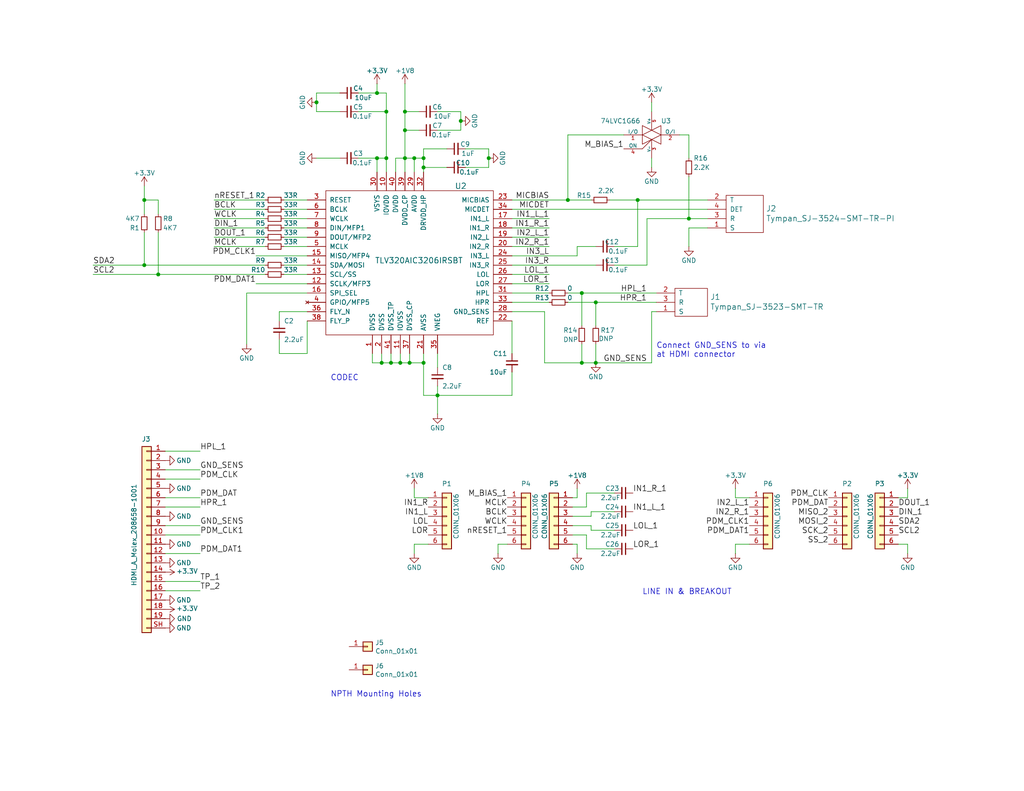
<source format=kicad_sch>
(kicad_sch (version 20250114) (generator "eeschema") (generator_version "9.0")
  (paper "A")
  (title_block (title "Tympan Auren Shield") (date "2025-10-02") (rev "1") (company "www.tympan.org"))
  (lib_symbols
    (symbol "Connector_Generic:Conn_01x01" (pin_names (offset 1.016) (hide yes))
      (property "Reference" "J" (at 0 2.54 0))
      (property "Value" "Conn_01x01" (at 0 -2.54 0))
      (symbol "Conn_01x01_1_1"
        (rectangle (start -1.27 1.27) (end 1.27 -1.27) (stroke (width 0.254)) (fill (type background)))
        (rectangle (start -1.27 0.127) (end 0 -0.127) (stroke (width 0.1524)))
        (pin passive line (at -5.08 0 0) (length 3.81) (name "Pin_1") (number "1"))
      )
    )
    (symbol "Connector_Generic:Conn_01x06" (pin_names (offset 1.016) (hide yes))
      (property "Reference" "J" (at 0 7.62 0))
      (property "Value" "Conn_01x06" (at 0 -10.16 0))
      (symbol "Conn_01x06_1_1"
        (rectangle (start -1.27 6.35) (end 1.27 -8.89) (stroke (width 0.254)) (fill (type background)))
        (rectangle (start -1.27 5.207) (end 0 4.953) (stroke (width 0.1524)))
        (rectangle (start -1.27 2.667) (end 0 2.413) (stroke (width 0.1524)))
        (rectangle (start -1.27 0.127) (end 0 -0.127) (stroke (width 0.1524)))
        (rectangle (start -1.27 -2.413) (end 0 -2.667) (stroke (width 0.1524)))
        (rectangle (start -1.27 -4.953) (end 0 -5.207) (stroke (width 0.1524)))
        (rectangle (start -1.27 -7.493) (end 0 -7.747) (stroke (width 0.1524)))
        (pin passive line (at -5.08 5.08 0) (length 3.81) (name "Pin_1") (number "1"))
        (pin passive line (at -5.08 2.54 0) (length 3.81) (name "Pin_2") (number "2"))
        (pin passive line (at -5.08 0 0) (length 3.81) (name "Pin_3") (number "3"))
        (pin passive line (at -5.08 -2.54 0) (length 3.81) (name "Pin_4") (number "4"))
        (pin passive line (at -5.08 -5.08 0) (length 3.81) (name "Pin_5") (number "5"))
        (pin passive line (at -5.08 -7.62 0) (length 3.81) (name "Pin_6") (number "6"))
      )
    )
    (symbol "Connector_Generic:Conn_01x20" (pin_names (offset 1.016) (hide yes))
      (property "Reference" "J3" (at 0 28.575 0))
      (property "Value" "HDMI A" (at 0 26.035 0))
      (symbol "Conn_01x20_1_1"
        (rectangle (start -1.27 24.13) (end 1.27 -26.67) (stroke (width 0.254)) (fill (type background)))
        (rectangle (start -1.27 22.987) (end 0 22.733) (stroke (width 0.1524)))
        (rectangle (start -1.27 20.447) (end 0 20.193) (stroke (width 0.1524)))
        (rectangle (start -1.27 17.907) (end 0 17.653) (stroke (width 0.1524)))
        (rectangle (start -1.27 15.367) (end 0 15.113) (stroke (width 0.1524)))
        (rectangle (start -1.27 12.827) (end 0 12.573) (stroke (width 0.1524)))
        (rectangle (start -1.27 10.287) (end 0 10.033) (stroke (width 0.1524)))
        (rectangle (start -1.27 7.747) (end 0 7.493) (stroke (width 0.1524)))
        (rectangle (start -1.27 5.207) (end 0 4.953) (stroke (width 0.1524)))
        (rectangle (start -1.27 2.667) (end 0 2.413) (stroke (width 0.1524)))
        (rectangle (start -1.27 0.127) (end 0 -0.127) (stroke (width 0.1524)))
        (rectangle (start -1.27 -2.413) (end 0 -2.667) (stroke (width 0.1524)))
        (rectangle (start -1.27 -4.953) (end 0 -5.207) (stroke (width 0.1524)))
        (rectangle (start -1.27 -7.493) (end 0 -7.747) (stroke (width 0.1524)))
        (rectangle (start -1.27 -10.033) (end 0 -10.287) (stroke (width 0.1524)))
        (rectangle (start -1.27 -12.573) (end 0 -12.827) (stroke (width 0.1524)))
        (rectangle (start -1.27 -15.113) (end 0 -15.367) (stroke (width 0.1524)))
        (rectangle (start -1.27 -17.653) (end 0 -17.907) (stroke (width 0.1524)))
        (rectangle (start -1.27 -20.193) (end 0 -20.447) (stroke (width 0.1524)))
        (rectangle (start -1.27 -22.733) (end 0 -22.987) (stroke (width 0.1524)))
        (rectangle (start -1.27 -25.273) (end 0 -25.527) (stroke (width 0.1524)))
        (pin passive line (at -5.08 22.86 0) (length 3.81) (name "Pin_1") (number "1"))
        (pin passive line (at -5.08 20.32 0) (length 3.81) (name "Pin_2") (number "2"))
        (pin passive line (at -5.08 17.78 0) (length 3.81) (name "Pin_3") (number "3"))
        (pin passive line (at -5.08 15.24 0) (length 3.81) (name "Pin_4") (number "4"))
        (pin passive line (at -5.08 12.7 0) (length 3.81) (name "Pin_5") (number "5"))
        (pin passive line (at -5.08 10.16 0) (length 3.81) (name "Pin_6") (number "6"))
        (pin passive line (at -5.08 7.62 0) (length 3.81) (name "Pin_7") (number "7"))
        (pin passive line (at -5.08 5.08 0) (length 3.81) (name "Pin_8") (number "8"))
        (pin passive line (at -5.08 2.54 0) (length 3.81) (name "Pin_9") (number "9"))
        (pin passive line (at -5.08 0 0) (length 3.81) (name "Pin_10") (number "10"))
        (pin passive line (at -5.08 -2.54 0) (length 3.81) (name "Pin_11") (number "11"))
        (pin passive line (at -5.08 -5.08 0) (length 3.81) (name "Pin_12") (number "12"))
        (pin passive line (at -5.08 -7.62 0) (length 3.81) (name "Pin_13") (number "13"))
        (pin passive line (at -5.08 -10.16 0) (length 3.81) (name "Pin_14") (number "14"))
        (pin passive line (at -5.08 -12.7 0) (length 3.81) (name "Pin_15") (number "15"))
        (pin passive line (at -5.08 -15.24 0) (length 3.81) (name "Pin_16") (number "16"))
        (pin passive line (at -5.08 -17.78 0) (length 3.81) (name "Pin_17") (number "17"))
        (pin passive line (at -5.08 -20.32 0) (length 3.81) (name "Pin_18") (number "18"))
        (pin passive line (at -5.08 -22.86 0) (length 3.81) (name "Pin_19") (number "19"))
        (pin passive line (at -5.08 -25.4 0) (length 3.81) (name "Pin_20") (number "SH"))
      )
    )
    (symbol "Device:C_Small" (pin_numbers (hide yes)) (pin_names (offset 0.254) (hide yes))
      (property "Reference" "C" (at 0.254 1.778 0))
      (property "Value" "C_Small" (at 0.254 -2.032 0))
      (symbol "C_Small_0_1"
        (polyline (pts (xy -1.524 0.508) (xy 1.524 0.508)) (stroke (width 0.3048)))
        (polyline (pts (xy -1.524 -0.508) (xy 1.524 -0.508)) (stroke (width 0.3302)))
      )
      (symbol "C_Small_1_1"
        (pin passive line (at 0 2.54 270) (length 2.032) (name "~") (number "1"))
        (pin passive line (at 0 -2.54 90) (length 2.032) (name "~") (number "2"))
      )
    )
    (symbol "Device:R_Small" (pin_numbers (hide yes)) (pin_names (offset 0.254) (hide yes))
      (property "Reference" "R" (at 0.762 0.508 0))
      (property "Value" "R_Small" (at 0.762 -1.016 0))
      (symbol "R_Small_0_1"
        (rectangle (start -0.762 1.778) (end 0.762 -1.778) (stroke (width 0.2032)))
      )
      (symbol "R_Small_1_1"
        (pin passive line (at 0 2.54 270) (length 0.762) (name "~") (number "1"))
        (pin passive line (at 0 -2.54 90) (length 0.762) (name "~") (number "2"))
      )
    )
    (symbol "Tympan_EarPiece_Shield:74LVC1G66" (pin_names (offset 0))
      (property "Reference" "U" (at 3.81 3.81 0))
      (property "Value" "74LVC1G66" (at 6.35 -5.08 0))
      (symbol "74LVC1G66_0_1"
        (polyline (pts (xy -2.54 2.54) (xy 2.54 0) (xy -2.54 -2.54) (xy -2.54 2.54)))
        (polyline (pts (xy -2.54 0) (xy 2.54 2.54) (xy 2.54 -2.54) (xy -2.54 0)))
        (polyline (pts (xy -2.54 -3.81) (xy 0 -1.27) (xy 0 -1.27)))
        (pin power_in line (at 0 6.35 270) (length 5.08) (name "V+") (number "5"))
        (pin power_in line (at 0 -6.35 90) (length 5.08) (name "V-") (number "3"))
      )
      (symbol "74LVC1G66_1_1"
        (pin passive line (at -7.62 0 0) (length 5.08) (name "I/O") (number "1"))
        (pin input line (at -7.62 -3.81 0) (length 5.08) (name "ON") (number "4"))
        (pin passive line (at 7.62 0 180) (length 5.08) (name "O/I") (number "2"))
      )
    )
    (symbol "auren-shield:Tympan_SJ-3523-SMT-TR" (pin_names (offset 1.016))
      (property "Reference" "J" (at -2.54 7.62 0))
      (property "Value" "Tympan_SJ-3523-SMT-TR" (at 6.35 5.08 0))
      (symbol "Tympan_SJ-3523-SMT-TR_0_1"
        (rectangle (start -3.81 3.81) (end 5.08 -3.81))
      )
      (symbol "Tympan_SJ-3523-SMT-TR_1_1"
        (pin input line (at -8.89 2.54 0) (length 5.08) (name "T") (number "2"))
        (pin input line (at -8.89 0 0) (length 5.08) (name "R") (number "3"))
        (pin input line (at -8.89 -2.54 0) (length 5.08) (name "S") (number "1"))
      )
    )
    (symbol "auren-shield:Tympan_SJ-3524-SMT-TR-PI" (pin_names (offset 1.016))
      (property "Reference" "J" (at -10.16 11.43 0))
      (property "Value" "Tympan_SJ-3524-SMT-TR-PI" (at 0 8.89 0))
      (symbol "Tympan_SJ-3524-SMT-TR-PI_0_1"
        (rectangle (start -10.16 6.35) (end 0 -3.81))
      )
      (symbol "Tympan_SJ-3524-SMT-TR-PI_1_1"
        (pin input line (at -15.24 5.08 0) (length 5.08) (name "T") (number "2"))
        (pin input line (at -15.24 2.54 0) (length 5.08) (name "DET") (number "4"))
        (pin input line (at -15.24 0 0) (length 5.08) (name "R") (number "3"))
        (pin input line (at -15.24 -2.54 0) (length 5.08) (name "S") (number "1"))
      )
    )
    (symbol "auren-shield:Tympan_TLV320AIC3206IRSBT" (pin_names (offset 1.016))
      (property "Reference" "U" (at 13.97 21.59 0))
      (property "Value" "Tympan_TLV320AIC3206IRSBT" (at 2.54 1.27 0))
      (symbol "Tympan_TLV320AIC3206IRSBT_0_1"
        (rectangle (start -22.86 20.32) (end 22.86 -19.05))
      )
      (symbol "Tympan_TLV320AIC3206IRSBT_1_1"
        (pin input line (at -27.94 17.78 0) (length 5.08) (name "RESET") (number "3"))
        (pin input line (at -27.94 15.24 0) (length 5.08) (name "BCLK") (number "6"))
        (pin input line (at -27.94 12.7 0) (length 5.08) (name "WCLK") (number "7"))
        (pin input line (at -27.94 10.16 0) (length 5.08) (name "DIN/MFP1") (number "8"))
        (pin input line (at -27.94 7.62 0) (length 5.08) (name "DOUT/MFP2") (number "9"))
        (pin input line (at -27.94 5.08 0) (length 5.08) (name "MCLK") (number "5"))
        (pin input line (at -27.94 2.54 0) (length 5.08) (name "MISO/MFP4") (number "15"))
        (pin input line (at -27.94 0 0) (length 5.08) (name "SDA/MOSI") (number "14"))
        (pin input line (at -27.94 -2.54 0) (length 5.08) (name "SCL/SS") (number "13"))
        (pin input line (at -27.94 -5.08 0) (length 5.08) (name "SCLK/MFP3") (number "12"))
        (pin input line (at -27.94 -7.62 0) (length 5.08) (name "SPI_SEL") (number "16"))
        (pin no_connect line (at -27.94 -10.16 0) (length 5.08) (name "GPIO/MFP5") (number "4"))
        (pin input line (at -27.94 -12.7 0) (length 5.08) (name "FLY_N") (number "36"))
        (pin input line (at -27.94 -15.24 0) (length 5.08) (name "FLY_P") (number "38"))
        (pin power_out line (at -10.16 -24.13 90) (length 5.08) (name "DVSS") (number "1"))
        (pin power_out line (at -8.89 25.4 270) (length 5.08) (name "VSYS") (number "30"))
        (pin power_out line (at -7.62 -24.13 90) (length 5.08) (name "DVSS") (number "2"))
        (pin power_out line (at -6.35 25.4 270) (length 5.08) (name "IOVDD") (number "10"))
        (pin power_out line (at -5.08 -24.13 90) (length 5.08) (name "DVSS_TP") (number "41"))
        (pin power_out line (at -3.81 25.4 270) (length 5.08) (name "DVDD") (number "40"))
        (pin power_out line (at -2.54 -24.13 90) (length 5.08) (name "IOVSS") (number "11"))
        (pin power_out line (at -1.27 25.4 270) (length 5.08) (name "DVDD_CP") (number "39"))
        (pin power_out line (at 0 -24.13 90) (length 5.08) (name "DVSS_CP") (number "37"))
        (pin power_out line (at 1.27 25.4 270) (length 5.08) (name "AVDD") (number "29"))
        (pin power_out line (at 3.81 25.4 270) (length 5.08) (name "DRVDD_HP") (number "32"))
        (pin power_out line (at 3.81 -24.13 90) (length 5.08) (name "AVSS") (number "21"))
        (pin power_out line (at 7.62 -24.13 90) (length 5.08) (name "VNEG") (number "35"))
        (pin power_out line (at 27.94 17.78 180) (length 5.08) (name "MICBIAS") (number "23"))
        (pin power_out line (at 27.94 15.24 180) (length 5.08) (name "MICDET") (number "34"))
        (pin power_out line (at 27.94 12.7 180) (length 5.08) (name "IN1_L") (number "17"))
        (pin power_out line (at 27.94 10.16 180) (length 5.08) (name "IN1_R") (number "18"))
        (pin power_out line (at 27.94 7.62 180) (length 5.08) (name "IN2_L") (number "19"))
        (pin power_out line (at 27.94 5.08 180) (length 5.08) (name "IN2_R") (number "20"))
        (pin power_out line (at 27.94 2.54 180) (length 5.08) (name "IN3_L") (number "24"))
        (pin power_out line (at 27.94 0 180) (length 5.08) (name "IN3_R") (number "25"))
        (pin power_out line (at 27.94 -2.54 180) (length 5.08) (name "LOL") (number "26"))
        (pin power_out line (at 27.94 -5.08 180) (length 5.08) (name "LOR") (number "27"))
        (pin power_out line (at 27.94 -7.62 180) (length 5.08) (name "HPL") (number "31"))
        (pin power_out line (at 27.94 -10.16 180) (length 5.08) (name "HPR") (number "33"))
        (pin power_out line (at 27.94 -12.7 180) (length 5.08) (name "GND_SENS") (number "28"))
        (pin power_out line (at 27.94 -15.24 180) (length 5.08) (name "REF") (number "22"))
      )
    )
    (symbol "power:+1V8" (power) (pin_numbers (hide yes)) (pin_names (offset 0) (hide yes))
      (property "Value" "+1V8" (at 0 3.556 0))
      (symbol "+1V8_0_1"
        (polyline (pts (xy -0.762 1.27) (xy 0 2.54)))
        (polyline (pts (xy 0 2.54) (xy 0.762 1.27)))
        (polyline (pts (xy 0 0) (xy 0 2.54)))
      )
      (symbol "+1V8_1_1"
        (pin power_in line (at 0 0 90) (length 0) (name "~") (number "1"))
      )
    )
    (symbol "power:+3.3V" (power) (pin_numbers (hide yes)) (pin_names (offset 0) (hide yes))
      (property "Value" "+3.3V" (at 0 3.556 0))
      (symbol "+3.3V_0_1"
        (polyline (pts (xy -0.762 1.27) (xy 0 2.54)))
        (polyline (pts (xy 0 2.54) (xy 0.762 1.27)))
        (polyline (pts (xy 0 0) (xy 0 2.54)))
      )
      (symbol "+3.3V_1_1"
        (pin power_in line (at 0 0 90) (length 0) (name "~") (number "1"))
      )
    )
    (symbol "power:GND" (power) (pin_numbers (hide yes)) (pin_names (offset 0) (hide yes))
      (property "Value" "GND" (at 0 -3.81 0))
      (symbol "GND_0_1"
        (polyline (pts (xy 0 0) (xy 0 -1.27) (xy 1.27 -1.27) (xy 0 -2.54) (xy -1.27 -1.27) (xy 0 -1.27)))
      )
      (symbol "GND_1_1"
        (pin power_in line (at 0 0 270) (length 0) (name "~") (number "1"))
      )
    )
  )
  (text "NPTH Mounting Holes" (at 90.17 190.5 0) (effects (font (size 1.524 1.524)) (justify left bottom)))
  (text "Connect GND_SENS to via\nat HDMI connector" (at 179.07 97.79 0) (effects (font (size 1.524 1.524)) (justify left bottom)))
  (text "CODEC" (at 90.17 104.14 0) (effects (font (size 1.524 1.524)) (justify left bottom)))
  (text "LINE IN & BREAKOUT" (at 175.26 162.56 0) (effects (font (size 1.524 1.524)) (justify left bottom)))
  (junction (at 39.37 54.61))
  (junction (at 162.56 82.55))
  (junction (at 115.57 99.06))
  (junction (at 115.57 43.18))
  (junction (at 104.14 99.06))
  (junction (at 154.94 54.61))
  (junction (at 113.03 43.18))
  (junction (at 125.73 33.02))
  (junction (at 86.36 27.94))
  (junction (at 111.76 99.06))
  (junction (at 109.22 99.06))
  (junction (at 158.75 80.01))
  (junction (at 162.56 99.06))
  (junction (at 102.87 43.18))
  (junction (at 187.96 59.69))
  (junction (at 115.57 45.72))
  (junction (at 173.99 54.61))
  (junction (at 105.41 30.48))
  (junction (at 110.49 30.48))
  (junction (at 39.37 72.39))
  (junction (at 119.38 107.95))
  (junction (at 110.49 35.56))
  (junction (at 110.49 43.18))
  (junction (at 105.41 43.18))
  (junction (at 43.18 74.93))
  (junction (at 102.87 25.4))
  (junction (at 106.68 99.06))
  (junction (at 158.75 99.06))
  (junction (at 133.35 43.18))
  (wire (pts (xy 43.18 74.93) (xy 25.4 74.93)))
  (wire (pts (xy 133.35 45.72) (xy 127 45.72)))
  (wire (pts (xy 97.79 25.4) (xy 102.87 25.4)))
  (wire (pts (xy 92.71 43.18) (xy 86.36 43.18)))
  (wire (pts (xy 204.47 148.59) (xy 200.66 148.59)))
  (wire (pts (xy 58.42 62.23) (xy 72.39 62.23)))
  (wire (pts (xy 204.47 135.89) (xy 200.66 135.89)))
  (wire (pts (xy 119.38 107.95) (xy 139.7 107.95)))
  (wire (pts (xy 139.7 72.39) (xy 162.56 72.39)))
  (wire (pts (xy 187.96 36.83) (xy 187.96 43.18)))
  (wire (pts (xy 106.68 99.06) (xy 109.22 99.06)))
  (wire (pts (xy 162.56 88.9) (xy 162.56 82.55)))
  (wire (pts (xy 83.82 77.47) (xy 69.85 77.47)))
  (wire (pts (xy 139.7 57.15) (xy 193.04 57.15)))
  (wire (pts (xy 77.47 62.23) (xy 83.82 62.23)))
  (wire (pts (xy 139.7 69.85) (xy 157.48 69.85)))
  (wire (pts (xy 139.7 82.55) (xy 149.86 82.55)))
  (wire (pts (xy 160.02 146.05) (xy 156.21 146.05)))
  (wire (pts (xy 121.92 45.72) (xy 115.57 45.72)))
  (wire (pts (xy 39.37 50.8) (xy 39.37 54.61)))
  (wire (pts (xy 39.37 54.61) (xy 39.37 58.42)))
  (wire (pts (xy 119.38 107.95) (xy 119.38 113.03)))
  (wire (pts (xy 167.64 134.62) (xy 160.02 134.62)))
  (wire (pts (xy 110.49 43.18) (xy 113.03 43.18)))
  (wire (pts (xy 39.37 72.39) (xy 25.4 72.39)))
  (wire (pts (xy 247.65 135.89) (xy 245.11 135.89)))
  (wire (pts (xy 176.53 59.69) (xy 187.96 59.69)))
  (wire (pts (xy 45.085 146.05) (xy 54.61 146.05)))
  (wire (pts (xy 72.39 59.69) (xy 58.42 59.69)))
  (wire (pts (xy 92.71 25.4) (xy 86.36 25.4)))
  (wire (pts (xy 162.56 82.55) (xy 179.07 82.55)))
  (wire (pts (xy 200.66 148.59) (xy 200.66 151.13)))
  (wire (pts (xy 177.8 27.94) (xy 177.8 30.48)))
  (wire (pts (xy 77.47 67.31) (xy 83.82 67.31)))
  (wire (pts (xy 105.41 30.48) (xy 105.41 43.18)))
  (wire (pts (xy 86.36 25.4) (xy 86.36 27.94)))
  (wire (pts (xy 119.38 100.33) (xy 119.38 96.52)))
  (wire (pts (xy 54.61 135.89) (xy 45.085 135.89)))
  (wire (pts (xy 173.99 67.31) (xy 173.99 54.61)))
  (wire (pts (xy 116.84 148.59) (xy 113.03 148.59)))
  (wire (pts (xy 135.89 148.59) (xy 135.89 151.13)))
  (wire (pts (xy 54.61 130.81) (xy 45.085 130.81)))
  (wire (pts (xy 54.61 143.51) (xy 45.085 143.51)))
  (wire (pts (xy 115.57 45.72) (xy 115.57 46.99)))
  (wire (pts (xy 167.64 139.7) (xy 161.29 139.7)))
  (wire (pts (xy 139.7 64.77) (xy 149.86 64.77)))
  (wire (pts (xy 102.87 43.18) (xy 102.87 46.99)))
  (wire (pts (xy 83.82 59.69) (xy 77.47 59.69)))
  (wire (pts (xy 158.75 88.9) (xy 158.75 80.01)))
  (wire (pts (xy 114.3 30.48) (xy 110.49 30.48)))
  (wire (pts (xy 139.7 107.95) (xy 139.7 101.6)))
  (wire (pts (xy 185.42 36.83) (xy 187.96 36.83)))
  (wire (pts (xy 127 40.64) (xy 133.35 40.64)))
  (wire (pts (xy 54.61 158.75) (xy 45.085 158.75)))
  (wire (pts (xy 161.29 140.97) (xy 156.21 140.97)))
  (wire (pts (xy 179.07 85.09) (xy 177.8 85.09)))
  (wire (pts (xy 247.65 148.59) (xy 245.11 148.59)))
  (wire (pts (xy 113.03 148.59) (xy 113.03 151.13)))
  (wire (pts (xy 115.57 43.18) (xy 115.57 45.72)))
  (wire (pts (xy 158.75 93.98) (xy 158.75 99.06)))
  (wire (pts (xy 69.85 69.85) (xy 83.82 69.85)))
  (wire (pts (xy 83.82 85.09) (xy 76.2 85.09)))
  (wire (pts (xy 106.68 96.52) (xy 106.68 99.06)))
  (wire (pts (xy 107.95 43.18) (xy 110.49 43.18)))
  (wire (pts (xy 83.82 96.52) (xy 76.2 96.52)))
  (wire (pts (xy 176.53 72.39) (xy 176.53 59.69)))
  (wire (pts (xy 125.73 33.02) (xy 125.73 35.56)))
  (wire (pts (xy 148.59 99.06) (xy 158.75 99.06)))
  (wire (pts (xy 86.36 30.48) (xy 92.71 30.48)))
  (wire (pts (xy 101.6 96.52) (xy 101.6 99.06)))
  (wire (pts (xy 107.95 46.99) (xy 107.95 43.18)))
  (wire (pts (xy 101.6 99.06) (xy 104.14 99.06)))
  (wire (pts (xy 54.61 151.13) (xy 45.085 151.13)))
  (wire (pts (xy 139.7 80.01) (xy 149.86 80.01)))
  (wire (pts (xy 115.57 99.06) (xy 115.57 107.95)))
  (wire (pts (xy 158.75 99.06) (xy 162.56 99.06)))
  (wire (pts (xy 77.47 74.93) (xy 83.82 74.93)))
  (wire (pts (xy 116.84 135.89) (xy 113.03 135.89)))
  (wire (pts (xy 173.99 54.61) (xy 166.37 54.61)))
  (wire (pts (xy 110.49 35.56) (xy 110.49 43.18)))
  (wire (pts (xy 156.21 135.89) (xy 157.48 135.89)))
  (wire (pts (xy 97.79 30.48) (xy 105.41 30.48)))
  (wire (pts (xy 43.18 54.61) (xy 39.37 54.61)))
  (wire (pts (xy 76.2 85.09) (xy 76.2 87.63)))
  (wire (pts (xy 177.8 85.09) (xy 177.8 99.06)))
  (wire (pts (xy 154.94 54.61) (xy 161.29 54.61)))
  (wire (pts (xy 247.65 133.35) (xy 247.65 135.89)))
  (wire (pts (xy 72.39 72.39) (xy 39.37 72.39)))
  (wire (pts (xy 67.31 80.01) (xy 67.31 93.98)))
  (wire (pts (xy 104.14 99.06) (xy 106.68 99.06)))
  (wire (pts (xy 148.59 85.09) (xy 148.59 99.06)))
  (wire (pts (xy 115.57 40.64) (xy 115.57 43.18)))
  (wire (pts (xy 162.56 99.06) (xy 177.8 99.06)))
  (wire (pts (xy 83.82 54.61) (xy 77.47 54.61)))
  (wire (pts (xy 105.41 25.4) (xy 105.41 30.48)))
  (wire (pts (xy 113.03 135.89) (xy 113.03 133.35)))
  (wire (pts (xy 113.03 46.99) (xy 113.03 43.18)))
  (wire (pts (xy 187.96 48.26) (xy 187.96 59.69)))
  (wire (pts (xy 54.61 128.27) (xy 45.085 128.27)))
  (wire (pts (xy 77.47 57.15) (xy 83.82 57.15)))
  (wire (pts (xy 121.92 40.64) (xy 115.57 40.64)))
  (wire (pts (xy 86.36 27.94) (xy 86.36 30.48)))
  (wire (pts (xy 167.64 144.78) (xy 161.29 144.78)))
  (wire (pts (xy 111.76 96.52) (xy 111.76 99.06)))
  (wire (pts (xy 125.73 35.56) (xy 119.38 35.56)))
  (wire (pts (xy 113.03 43.18) (xy 115.57 43.18)))
  (wire (pts (xy 105.41 43.18) (xy 105.41 46.99)))
  (wire (pts (xy 200.66 135.89) (xy 200.66 133.35)))
  (wire (pts (xy 45.085 138.43) (xy 54.61 138.43)))
  (wire (pts (xy 72.39 64.77) (xy 58.42 64.77)))
  (wire (pts (xy 187.96 59.69) (xy 193.04 59.69)))
  (wire (pts (xy 102.87 25.4) (xy 105.41 25.4)))
  (wire (pts (xy 139.7 85.09) (xy 148.59 85.09)))
  (wire (pts (xy 161.29 144.78) (xy 161.29 143.51)))
  (wire (pts (xy 154.94 82.55) (xy 162.56 82.55)))
  (wire (pts (xy 77.47 72.39) (xy 83.82 72.39)))
  (wire (pts (xy 161.29 139.7) (xy 161.29 140.97)))
  (wire (pts (xy 109.22 99.06) (xy 111.76 99.06)))
  (wire (pts (xy 133.35 43.18) (xy 133.35 45.72)))
  (wire (pts (xy 72.39 74.93) (xy 43.18 74.93)))
  (wire (pts (xy 160.02 149.86) (xy 160.02 146.05)))
  (wire (pts (xy 193.04 54.61) (xy 173.99 54.61)))
  (wire (pts (xy 39.37 63.5) (xy 39.37 72.39)))
  (wire (pts (xy 97.79 43.18) (xy 102.87 43.18)))
  (wire (pts (xy 160.02 134.62) (xy 160.02 138.43)))
  (wire (pts (xy 133.35 40.64) (xy 133.35 43.18)))
  (wire (pts (xy 139.7 62.23) (xy 149.86 62.23)))
  (wire (pts (xy 83.82 80.01) (xy 67.31 80.01)))
  (wire (pts (xy 157.48 135.89) (xy 157.48 133.35)))
  (wire (pts (xy 167.64 149.86) (xy 160.02 149.86)))
  (wire (pts (xy 162.56 67.31) (xy 157.48 67.31)))
  (wire (pts (xy 109.22 96.52) (xy 109.22 99.06)))
  (wire (pts (xy 160.02 138.43) (xy 156.21 138.43)))
  (wire (pts (xy 114.3 35.56) (xy 110.49 35.56)))
  (wire (pts (xy 110.49 22.86) (xy 110.49 30.48)))
  (wire (pts (xy 54.61 123.19) (xy 45.085 123.19)))
  (wire (pts (xy 104.14 96.52) (xy 104.14 99.06)))
  (wire (pts (xy 193.04 62.23) (xy 187.96 62.23)))
  (wire (pts (xy 111.76 99.06) (xy 115.57 99.06)))
  (wire (pts (xy 43.18 58.42) (xy 43.18 54.61)))
  (wire (pts (xy 110.49 30.48) (xy 110.49 35.56)))
  (wire (pts (xy 167.64 67.31) (xy 173.99 67.31)))
  (wire (pts (xy 177.8 43.18) (xy 177.8 45.72)))
  (wire (pts (xy 54.61 161.29) (xy 45.085 161.29)))
  (wire (pts (xy 161.29 143.51) (xy 156.21 143.51)))
  (wire (pts (xy 170.18 36.83) (xy 154.94 36.83)))
  (wire (pts (xy 125.73 30.48) (xy 125.73 33.02)))
  (wire (pts (xy 157.48 148.59) (xy 157.48 151.13)))
  (wire (pts (xy 43.18 63.5) (xy 43.18 74.93)))
  (wire (pts (xy 83.82 87.63) (xy 83.82 96.52)))
  (wire (pts (xy 139.7 54.61) (xy 154.94 54.61)))
  (wire (pts (xy 157.48 67.31) (xy 157.48 69.85)))
  (wire (pts (xy 139.7 77.47) (xy 149.86 77.47)))
  (wire (pts (xy 119.38 30.48) (xy 125.73 30.48)))
  (wire (pts (xy 115.57 107.95) (xy 119.38 107.95)))
  (wire (pts (xy 102.87 25.4) (xy 102.87 22.86)))
  (wire (pts (xy 72.39 57.15) (xy 58.42 57.15)))
  (wire (pts (xy 119.38 105.41) (xy 119.38 107.95)))
  (wire (pts (xy 187.96 62.23) (xy 187.96 67.31)))
  (wire (pts (xy 162.56 99.06) (xy 162.56 93.98)))
  (wire (pts (xy 154.94 36.83) (xy 154.94 54.61)))
  (wire (pts (xy 72.39 67.31) (xy 58.42 67.31)))
  (wire (pts (xy 139.7 87.63) (xy 139.7 96.52)))
  (wire (pts (xy 110.49 43.18) (xy 110.49 46.99)))
  (wire (pts (xy 138.43 148.59) (xy 135.89 148.59)))
  (wire (pts (xy 139.7 67.31) (xy 149.86 67.31)))
  (wire (pts (xy 139.7 59.69) (xy 149.86 59.69)))
  (wire (pts (xy 158.75 80.01) (xy 179.07 80.01)))
  (wire (pts (xy 72.39 54.61) (xy 58.42 54.61)))
  (wire (pts (xy 167.64 72.39) (xy 176.53 72.39)))
  (wire (pts (xy 102.87 43.18) (xy 105.41 43.18)))
  (wire (pts (xy 83.82 64.77) (xy 77.47 64.77)))
  (wire (pts (xy 76.2 96.52) (xy 76.2 92.71)))
  (wire (pts (xy 154.94 80.01) (xy 158.75 80.01)))
  (wire (pts (xy 115.57 96.52) (xy 115.57 99.06)))
  (wire (pts (xy 156.21 148.59) (xy 157.48 148.59)))
  (wire (pts (xy 139.7 74.93) (xy 149.86 74.93)))
  (wire (pts (xy 247.65 151.13) (xy 247.65 148.59)))
  (label "PDM_DAT1" (at 204.47 146.05 180) (effects (font (size 1.524 1.524))))
  (label "PDM_CLK1" (at 54.61 146.05 0) (effects (font (size 1.524 1.524))))
  (label "LOR_1" (at 149.86 77.47 180) (effects (font (size 1.524 1.524))))
  (label "IN1_R_1" (at 172.72 134.62 0) (effects (font (size 1.524 1.524))))
  (label "MCLK" (at 58.42 67.31 0) (effects (font (size 1.524 1.524))))
  (label "LOR" (at 116.84 146.05 180) (effects (font (size 1.524 1.524))))
  (label "LOR_1" (at 172.72 149.86 0) (effects (font (size 1.524 1.524))))
  (label "IN2_L_1" (at 149.86 64.77 180) (effects (font (size 1.524 1.524))))
  (label "MISO_2" (at 226.06 140.97 180) (effects (font (size 1.524 1.524))))
  (label "PDM_CLK1" (at 204.47 143.51 180) (effects (font (size 1.524 1.524))))
  (label "HPR_1" (at 176.53 82.55 180) (effects (font (size 1.524 1.524))))
  (label "BCLK" (at 58.42 57.15 0) (effects (font (size 1.524 1.524))))
  (label "PDM_DAT" (at 54.61 135.89 0) (effects (font (size 1.524 1.524))))
  (label "IN1_L" (at 116.84 140.97 180) (effects (font (size 1.524 1.524))))
  (label "nRESET_1" (at 138.43 146.05 180) (effects (font (size 1.524 1.524))))
  (label "SDA2" (at 245.11 143.51 0) (effects (font (size 1.524 1.524))))
  (label "LOL" (at 116.84 143.51 180) (effects (font (size 1.524 1.524))))
  (label "MCLK" (at 138.43 138.43 180) (effects (font (size 1.524 1.524))))
  (label "PDM_CLK" (at 226.06 135.89 180) (effects (font (size 1.524 1.524))))
  (label "SCL2" (at 245.11 146.05 0) (effects (font (size 1.524 1.524))))
  (label "GND_SENS" (at 176.53 99.06 180) (effects (font (size 1.524 1.524))))
  (label "BCLK" (at 138.43 140.97 180) (effects (font (size 1.524 1.524))))
  (label "TP_1" (at 54.61 158.75 0) (effects (font (size 1.524 1.524))))
  (label "IN2_R_1" (at 204.47 140.97 180) (effects (font (size 1.524 1.524))))
  (label "M_BIAS_1" (at 170.18 40.64 180) (effects (font (size 1.524 1.524))))
  (label "PDM_CLK1" (at 69.85 69.85 180) (effects (font (size 1.524 1.524))))
  (label "WCLK" (at 138.43 143.51 180) (effects (font (size 1.524 1.524))))
  (label "MICDET" (at 149.86 57.15 180) (effects (font (size 1.524 1.524))))
  (label "HPL_1" (at 54.61 123.19 0) (effects (font (size 1.524 1.524))))
  (label "DOUT_1" (at 245.11 138.43 0) (effects (font (size 1.524 1.524))))
  (label "HPR_1" (at 54.61 138.43 0) (effects (font (size 1.524 1.524))))
  (label "SCL2" (at 25.4 74.93 0) (effects (font (size 1.524 1.524))))
  (label "nRESET_1" (at 58.42 54.61 0) (effects (font (size 1.524 1.524))))
  (label "PDM_DAT1" (at 54.61 151.13 0) (effects (font (size 1.524 1.524))))
  (label "IN2_L_1" (at 204.47 138.43 180) (effects (font (size 1.524 1.524))))
  (label "IN1_L_1" (at 149.86 59.69 180) (effects (font (size 1.524 1.524))))
  (label "PDM_DAT1" (at 69.85 77.47 180) (effects (font (size 1.524 1.524))))
  (label "GND_SENS" (at 54.61 128.27 0) (effects (font (size 1.524 1.524))))
  (label "LOL_1" (at 149.86 74.93 180) (effects (font (size 1.524 1.524))))
  (label "MOSI_2" (at 226.06 143.51 180) (effects (font (size 1.524 1.524))))
  (label "GND_SENS" (at 54.61 143.51 0) (effects (font (size 1.524 1.524))))
  (label "PDM_DAT" (at 226.06 138.43 180) (effects (font (size 1.524 1.524))))
  (label "SS_2" (at 226.06 148.59 180) (effects (font (size 1.524 1.524))))
  (label "IN1_R" (at 116.84 138.43 180) (effects (font (size 1.524 1.524))))
  (label "SDA2" (at 25.4 72.39 0) (effects (font (size 1.524 1.524))))
  (label "DIN_1" (at 58.42 62.23 0) (effects (font (size 1.524 1.524))))
  (label "IN1_L_1" (at 172.72 139.7 0) (effects (font (size 1.524 1.524))))
  (label "DOUT_1" (at 58.42 64.77 0) (effects (font (size 1.524 1.524))))
  (label "IN3_L" (at 149.86 69.85 180) (effects (font (size 1.524 1.524))))
  (label "HPL_1" (at 176.53 80.01 180) (effects (font (size 1.524 1.524))))
  (label "TP_2" (at 54.61 161.29 0) (effects (font (size 1.524 1.524))))
  (label "M_BIAS_1" (at 138.43 135.89 180) (effects (font (size 1.524 1.524))))
  (label "DIN_1" (at 245.11 140.97 0) (effects (font (size 1.524 1.524))))
  (label "WCLK" (at 58.42 59.69 0) (effects (font (size 1.524 1.524))))
  (label "MICBIAS" (at 149.86 54.61 180) (effects (font (size 1.524 1.524))))
  (label "PDM_CLK" (at 54.61 130.81 0) (effects (font (size 1.524 1.524))))
  (label "SCK_2" (at 226.06 146.05 180) (effects (font (size 1.524 1.524))))
  (label "IN2_R_1" (at 149.86 67.31 180) (effects (font (size 1.524 1.524))))
  (label "IN1_R_1" (at 149.86 62.23 180) (effects (font (size 1.524 1.524))))
  (label "LOL_1" (at 172.72 144.78 0) (effects (font (size 1.524 1.524))))
  (label "IN3_R" (at 149.86 72.39 180) (effects (font (size 1.524 1.524))))
  (symbol (lib_id "auren-shield:Tympan_TLV320AIC3206IRSBT") (at 111.76 72.39 0) (unit 1)
    (property "Reference" "U2" (at 125.73 50.8 0) (effects (font (size 1.524 1.524))))
    (property "Value" "TLV320AIC3206IRSBT" (at 114.3 71.12 0) (effects (font (size 1.524 1.524))))
    (property "Footprint" "Housings_DFN_QFN:UQFN-40-1EP_5x5mm_Pitch0.4mm" (effects (hide yes)))
  )
  (symbol (lib_id "Device:R_Small") (at 152.4 80.01 90) (unit 1)
    (property "Reference" "R12" (at 149.86 78.74 90) (effects (justify left)))
    (property "Value" "0" (at 156.21 78.74 90) (effects (justify left)))
    (property "Footprint" "Capacitors_SMD:C_0603" (effects (hide yes)))
  )
  (symbol (lib_id "Device:R_Small") (at 152.4 82.55 90) (unit 1)
    (property "Reference" "R13" (at 149.86 81.28 90) (effects (justify left)))
    (property "Value" "0" (at 156.21 81.28 90) (effects (justify left)))
    (property "Footprint" "Capacitors_SMD:C_0603" (effects (hide yes)))
  )
  (symbol (lib_id "Device:R_Small") (at 158.75 91.44 0) (unit 1)
    (property "Reference" "R14" (at 153.67 90.17 0) (effects (justify left)))
    (property "Value" "DNP" (at 153.67 92.71 0) (effects (justify left)))
    (property "Footprint" "Capacitors_SMD:C_0603" (effects (hide yes)))
  )
  (symbol (lib_id "Device:R_Small") (at 162.56 91.44 0) (unit 1)
    (property "Reference" "R17" (at 163.83 90.17 0) (effects (justify left)))
    (property "Value" "DNP" (at 163.322 92.456 0) (effects (justify left)))
    (property "Footprint" "Capacitors_SMD:C_0603" (effects (hide yes)))
  )
  (symbol (lib_id "Device:R_Small") (at 74.93 54.61 90) (unit 1)
    (property "Reference" "R2" (at 72.39 53.34 90) (effects (justify left)))
    (property "Value" "33R" (at 81.28 53.34 90) (effects (justify left)))
    (property "Footprint" "Resistors_SMD:R_0402" (effects (hide yes)))
  )
  (symbol (lib_id "Device:R_Small") (at 74.93 57.15 90) (unit 1)
    (property "Reference" "R3" (at 72.39 55.88 90) (effects (justify left)))
    (property "Value" "33R" (at 81.28 55.88 90) (effects (justify left)))
    (property "Footprint" "Resistors_SMD:R_0402" (effects (hide yes)))
  )
  (symbol (lib_id "Device:R_Small") (at 74.93 59.69 90) (unit 1)
    (property "Reference" "R4" (at 72.39 58.42 90) (effects (justify left)))
    (property "Value" "33R" (at 81.28 58.42 90) (effects (justify left)))
    (property "Footprint" "Resistors_SMD:R_0402" (effects (hide yes)))
  )
  (symbol (lib_id "Device:R_Small") (at 74.93 62.23 90) (unit 1)
    (property "Reference" "R5" (at 72.39 60.96 90) (effects (justify left)))
    (property "Value" "33R" (at 81.28 60.96 90) (effects (justify left)))
    (property "Footprint" "Resistors_SMD:R_0402" (effects (hide yes)))
  )
  (symbol (lib_id "Device:R_Small") (at 74.93 64.77 90) (unit 1)
    (property "Reference" "R6" (at 72.39 63.5 90) (effects (justify left)))
    (property "Value" "33R" (at 81.28 63.5 90) (effects (justify left)))
    (property "Footprint" "Resistors_SMD:R_0402" (effects (hide yes)))
  )
  (symbol (lib_id "Device:R_Small") (at 74.93 67.31 90) (unit 1)
    (property "Reference" "R7" (at 72.39 66.04 90) (effects (justify left)))
    (property "Value" "33R" (at 81.28 66.04 90) (effects (justify left)))
    (property "Footprint" "Resistors_SMD:R_0402" (effects (hide yes)))
  )
  (symbol (lib_id "Device:R_Small") (at 74.93 72.39 90) (unit 1)
    (property "Reference" "R9" (at 72.39 71.12 90) (effects (justify left)))
    (property "Value" "33R" (at 81.28 71.12 90) (effects (justify left)))
    (property "Footprint" "Resistors_SMD:R_0402" (effects (hide yes)))
  )
  (symbol (lib_id "Device:R_Small") (at 74.93 74.93 90) (unit 1)
    (property "Reference" "R10" (at 72.39 73.66 90) (effects (justify left)))
    (property "Value" "33R" (at 81.28 73.66 90) (effects (justify left)))
    (property "Footprint" "Resistors_SMD:R_0402" (effects (hide yes)))
  )
  (symbol (lib_id "Device:C_Small") (at 139.7 99.06 0) (mirror y) (unit 1)
    (property "Reference" "C11" (at 138.43 96.52 0) (effects (justify left)))
    (property "Value" "10uF" (at 138.43 101.6 0) (effects (justify left)))
    (property "Footprint" "Capacitors_SMD:C_0402" (effects (hide yes)))
  )
  (symbol (lib_id "Device:C_Small") (at 119.38 102.87 0) (unit 1)
    (property "Reference" "C8" (at 120.65 100.33 0) (effects (justify left)))
    (property "Value" "2.2uF" (at 120.65 105.41 0) (effects (justify left)))
    (property "Footprint" "Capacitors_SMD:C_0402" (effects (hide yes)))
  )
  (symbol (lib_id "Device:C_Small") (at 76.2 90.17 0) (unit 1)
    (property "Reference" "C2" (at 77.47 87.63 0) (effects (justify left)))
    (property "Value" "2.2uF" (at 77.47 92.71 0) (effects (justify left)))
    (property "Footprint" "Capacitors_SMD:C_0402" (effects (hide yes)))
  )
  (symbol (lib_id "Device:C_Small") (at 95.25 25.4 90) (unit 1)
    (property "Reference" "C4" (at 99.06 24.13 90) (effects (justify left)))
    (property "Value" "10uF" (at 101.6 26.67 90) (effects (justify left)))
    (property "Footprint" "Capacitors_SMD:C_0402" (effects (hide yes)))
  )
  (symbol (lib_id "Device:C_Small") (at 95.25 30.48 90) (unit 1)
    (property "Reference" "C5" (at 99.06 29.21 90) (effects (justify left)))
    (property "Value" "0.1uF" (at 101.6 31.75 90) (effects (justify left)))
    (property "Footprint" "Capacitors_SMD:C_0402" (effects (hide yes)))
  )
  (symbol (lib_id "Device:C_Small") (at 116.84 35.56 90) (unit 1)
    (property "Reference" "C7" (at 120.65 34.29 90) (effects (justify left)))
    (property "Value" "0.1uF" (at 123.19 36.83 90) (effects (justify left)))
    (property "Footprint" "Capacitors_SMD:C_0402" (effects (hide yes)))
  )
  (symbol (lib_id "Device:C_Small") (at 116.84 30.48 90) (unit 1)
    (property "Reference" "C6" (at 120.65 29.21 90) (effects (justify left)))
    (property "Value" "10uF" (at 123.19 31.75 90) (effects (justify left)))
    (property "Footprint" "Capacitors_SMD:C_0402" (effects (hide yes)))
  )
  (symbol (lib_id "Device:C_Small") (at 124.46 40.64 90) (unit 1)
    (property "Reference" "C9" (at 128.27 39.37 90) (effects (justify left)))
    (property "Value" "1uF" (at 129.54 41.91 90) (effects (justify left)))
    (property "Footprint" "Capacitors_SMD:C_0402" (effects (hide yes)))
  )
  (symbol (lib_id "Device:C_Small") (at 124.46 45.72 90) (unit 1)
    (property "Reference" "C10" (at 128.27 44.45 90) (effects (justify left)))
    (property "Value" "0.1uF" (at 130.81 46.99 90) (effects (justify left)))
    (property "Footprint" "Capacitors_SMD:C_0402" (effects (hide yes)))
  )
  (symbol (lib_id "power:GND") (at 86.36 27.94 270) (unit 1)
    (property "Reference" "#PWR06" (effects (hide yes)))
    (property "Value" "GND" (at 82.55 27.94 0))
  )
  (symbol (lib_id "power:GND") (at 125.73 33.02 90) (unit 1)
    (property "Reference" "#PWR07" (effects (hide yes)))
    (property "Value" "GND" (at 129.54 33.02 0))
  )
  (symbol (lib_id "power:GND") (at 133.35 43.18 90) (unit 1)
    (property "Reference" "#PWR08" (effects (hide yes)))
    (property "Value" "GND" (at 137.16 43.18 0))
  )
  (symbol (lib_id "power:GND") (at 86.36 43.18 270) (unit 1)
    (property "Reference" "#PWR09" (effects (hide yes)))
    (property "Value" "GND" (at 82.55 43.18 0))
  )
  (symbol (lib_id "Device:C_Small") (at 95.25 43.18 90) (unit 1)
    (property "Reference" "C3" (at 99.06 41.91 90) (effects (justify left)))
    (property "Value" "0.1uF" (at 101.6 44.45 90) (effects (justify left)))
    (property "Footprint" "Capacitors_SMD:C_0402" (effects (hide yes)))
  )
  (symbol (lib_id "power:GND") (at 67.31 93.98 0) (unit 1)
    (property "Reference" "#PWR010" (effects (hide yes)))
    (property "Value" "GND" (at 67.31 97.79 0))
  )
  (symbol (lib_id "power:GND") (at 119.38 113.03 0) (unit 1)
    (property "Reference" "#PWR011" (effects (hide yes)))
    (property "Value" "GND" (at 119.38 116.84 0))
  )
  (symbol (lib_id "power:GND") (at 162.56 99.06 0) (unit 1)
    (property "Reference" "#PWR012" (effects (hide yes)))
    (property "Value" "GND" (at 162.56 102.87 0))
  )
  (symbol (lib_id "power:GND") (at 45.085 168.91 90) (unit 1)
    (property "Reference" "#PWR013" (effects (hide yes)))
    (property "Value" "GND" (at 50.292 168.91 90))
  )
  (symbol (lib_id "power:+1V8") (at 110.49 22.86 0) (unit 1)
    (property "Reference" "#PWR016" (effects (hide yes)))
    (property "Value" "+1V8" (at 110.49 19.304 0))
  )
  (symbol (lib_id "power:+3.3V") (at 102.87 22.86 0) (unit 1)
    (property "Reference" "#PWR017" (effects (hide yes)))
    (property "Value" "+3.3V" (at 102.87 19.304 0))
  )
  (symbol (lib_id "power:+1V8") (at 157.48 133.35 0) (mirror y) (unit 1)
    (property "Reference" "#PWR019" (effects (hide yes)))
    (property "Value" "+1V8" (at 157.48 129.794 0))
  )
  (symbol (lib_id "power:GND") (at 157.48 151.13 0) (mirror y) (unit 1)
    (property "Reference" "#PWR020" (effects (hide yes)))
    (property "Value" "GND" (at 157.48 154.94 0))
  )
  (symbol (lib_id "Device:C_Small") (at 170.18 134.62 270) (mirror x) (unit 1)
    (property "Reference" "C23" (at 165.1 133.35 90) (effects (justify left)))
    (property "Value" "2.2uF" (at 163.83 135.89 90) (effects (justify left)))
    (property "Footprint" "Capacitors_SMD:C_0402" (effects (hide yes)))
  )
  (symbol (lib_id "Device:C_Small") (at 170.18 139.7 270) (mirror x) (unit 1)
    (property "Reference" "C24" (at 165.1 138.43 90) (effects (justify left)))
    (property "Value" "2.2uF" (at 163.83 140.97 90) (effects (justify left)))
    (property "Footprint" "Capacitors_SMD:C_0402" (effects (hide yes)))
  )
  (symbol (lib_id "Device:C_Small") (at 170.18 144.78 270) (mirror x) (unit 1)
    (property "Reference" "C25" (at 165.1 143.51 90) (effects (justify left)))
    (property "Value" "2.2uF" (at 163.83 146.05 90) (effects (justify left)))
    (property "Footprint" "Capacitors_SMD:C_0402" (effects (hide yes)))
  )
  (symbol (lib_id "Device:C_Small") (at 170.18 149.86 270) (mirror x) (unit 1)
    (property "Reference" "C26" (at 165.1 148.59 90) (effects (justify left)))
    (property "Value" "2.2uF" (at 163.83 151.13 90) (effects (justify left)))
    (property "Footprint" "Capacitors_SMD:C_0402" (effects (hide yes)))
  )
  (symbol (lib_id "Connector_Generic:Conn_01x06") (at 240.03 140.97 0) (mirror y) (unit 1)
    (property "Reference" "P3" (at 240.03 132.08 0))
    (property "Value" "CONN_01X06" (at 237.49 140.97 90))
    (property "Footprint" "Pin_Headers:Pin_Header_Straight_1x06_Pitch2.54mm" (effects (hide yes)))
  )
  (symbol (lib_id "Connector_Generic:Conn_01x06") (at 143.51 140.97 0) (unit 1)
    (property "Reference" "P4" (at 143.51 132.08 0))
    (property "Value" "CONN_01X06" (at 146.05 140.97 90))
    (property "Footprint" "Pin_Headers:Pin_Header_Straight_1x06_Pitch2.54mm" (effects (hide yes)))
  )
  (symbol (lib_id "power:+3.3V") (at 247.65 133.35 0) (mirror y) (unit 1)
    (property "Reference" "#PWR041" (effects (hide yes)))
    (property "Value" "+3.3V" (at 247.65 129.794 0))
  )
  (symbol (lib_id "power:GND") (at 247.65 151.13 0) (mirror y) (unit 1)
    (property "Reference" "#PWR043" (effects (hide yes)))
    (property "Value" "GND" (at 247.65 154.94 0))
  )
  (symbol (lib_id "Connector_Generic:Conn_01x06") (at 151.13 140.97 0) (mirror y) (unit 1)
    (property "Reference" "P5" (at 151.13 132.08 0))
    (property "Value" "CONN_01X06" (at 148.59 140.97 90))
    (property "Footprint" "Pin_Headers:Pin_Header_Straight_1x06_Pitch2.54mm" (effects (hide yes)))
  )
  (symbol (lib_id "Connector_Generic:Conn_01x06") (at 231.14 140.97 0) (unit 1)
    (property "Reference" "P2" (at 231.14 132.08 0))
    (property "Value" "CONN_01X06" (at 233.68 140.97 90))
    (property "Footprint" "Pin_Headers:Pin_Header_Straight_1x06_Pitch2.54mm" (effects (hide yes)))
  )
  (symbol (lib_id "Connector_Generic:Conn_01x06") (at 121.92 140.97 0) (unit 1)
    (property "Reference" "P1" (at 121.92 132.08 0))
    (property "Value" "CONN_01X06" (at 124.46 140.97 90))
    (property "Footprint" "Pin_Headers:Pin_Header_Straight_1x06_Pitch2.54mm" (effects (hide yes)))
  )
  (symbol (lib_id "power:GND") (at 135.89 151.13 0) (mirror y) (unit 1)
    (property "Reference" "#PWR0101" (effects (hide yes)))
    (property "Value" "GND" (at 135.89 154.94 0))
  )
  (symbol (lib_id "Device:R_Small") (at 43.18 60.96 0) (unit 1)
    (property "Reference" "R8" (at 44.45 59.69 0) (effects (justify left)))
    (property "Value" "4K7" (at 44.45 62.23 0) (effects (justify left)))
    (property "Footprint" "Resistors_SMD:R_0402" (effects (hide yes)))
  )
  (symbol (lib_id "Device:R_Small") (at 39.37 60.96 180) (unit 1)
    (property "Reference" "R1" (at 38.1 62.23 0) (effects (justify left)))
    (property "Value" "4K7" (at 38.1 59.69 0) (effects (justify left)))
    (property "Footprint" "Resistors_SMD:R_0402" (effects (hide yes)))
  )
  (symbol (lib_id "power:+3.3V") (at 39.37 50.8 0) (unit 1)
    (property "Reference" "#PWR0102" (effects (hide yes)))
    (property "Value" "+3.3V" (at 39.37 47.244 0))
  )
  (symbol (lib_id "power:+1V8") (at 113.03 133.35 0) (unit 1)
    (property "Reference" "#PWR0103" (effects (hide yes)))
    (property "Value" "+1V8" (at 113.03 129.794 0))
  )
  (symbol (lib_id "power:GND") (at 113.03 151.13 0) (unit 1)
    (property "Reference" "#PWR0104" (effects (hide yes)))
    (property "Value" "GND" (at 113.03 154.94 0))
  )
  (symbol (lib_id "Connector_Generic:Conn_01x06") (at 209.55 140.97 0) (unit 1)
    (property "Reference" "P6" (at 209.55 132.08 0))
    (property "Value" "CONN_01X06" (at 212.09 140.97 90))
    (property "Footprint" "Pin_Headers:Pin_Header_Straight_1x06_Pitch2.54mm" (effects (hide yes)))
  )
  (symbol (lib_id "power:+3.3V") (at 200.66 133.35 0) (mirror y) (unit 1)
    (property "Reference" "#PWR0105" (effects (hide yes)))
    (property "Value" "+3.3V" (at 200.66 129.794 0))
  )
  (symbol (lib_id "power:GND") (at 200.66 151.13 0) (mirror y) (unit 1)
    (property "Reference" "#PWR0106" (effects (hide yes)))
    (property "Value" "GND" (at 200.66 154.94 0))
  )
  (symbol (lib_id "auren-shield:Tympan_SJ-3524-SMT-TR-PI") (at 208.28 59.69 0) (unit 1)
    (property "Reference" "J2" (at 208.9912 56.9468 0) (effects (font (size 1.524 1.524)) (justify left)))
    (property "Value" "Tympan_SJ-3524-SMT-TR-PI" (at 208.9912 59.6392 0) (effects (font (size 1.524 1.524)) (justify left)))
    (property "Footprint" "Tympan:SJ-3524-SMT-TR" (effects (hide yes)))
  )
  (symbol (lib_id "auren-shield:Tympan_SJ-3523-SMT-TR") (at 187.96 82.55 0) (unit 1)
    (property "Reference" "J1" (at 193.7512 81.0768 0) (effects (font (size 1.524 1.524)) (justify left)))
    (property "Value" "Tympan_SJ-3523-SMT-TR" (at 193.7512 83.7692 0) (effects (font (size 1.524 1.524)) (justify left)))
    (property "Footprint" "Tympan:SJ-3523-SMT-TR" (effects (hide yes)))
  )
  (symbol (lib_id "Device:R_Small") (at 163.83 54.61 90) (unit 1)
    (property "Reference" "R15" (at 161.29 53.34 90) (effects (justify left)))
    (property "Value" "2.2K" (at 167.64 52.07 90) (effects (justify left)))
    (property "Footprint" "Capacitors_SMD:C_0603" (effects (hide yes)))
  )
  (symbol (lib_id "Device:R_Small") (at 187.96 45.72 0) (unit 1)
    (property "Reference" "R16" (at 189.23 43.18 0) (effects (justify left)))
    (property "Value" "2.2K" (at 189.23 45.72 0) (effects (justify left)))
    (property "Footprint" "Capacitors_SMD:C_0603" (effects (hide yes)))
  )
  (symbol (lib_id "power:GND") (at 177.8 45.72 0) (unit 1)
    (property "Reference" "#PWR0107" (effects (hide yes)))
    (property "Value" "GND" (at 177.8 49.53 0))
  )
  (symbol (lib_id "Tympan_EarPiece_Shield:74LVC1G66") (at 177.8 36.83 0) (unit 1)
    (property "Reference" "U3" (at 180.34 33.02 0) (effects (justify left)))
    (property "Value" "74LVC1G66" (at 163.83 33.02 0) (effects (justify left)))
    (property "Footprint" "Package_TO_SOT_SMD:SOT-353_SC-70-5" (effects (hide yes)))
  )
  (symbol (lib_id "power:+3.3V") (at 177.8 27.94 0) (unit 1)
    (property "Reference" "#PWR0108" (effects (hide yes)))
    (property "Value" "+3.3V" (at 177.8 24.384 0))
  )
  (symbol (lib_id "Device:C_Small") (at 165.1 72.39 90) (unit 1)
    (property "Reference" "C13" (at 168.91 71.12 90) (effects (justify left)))
    (property "Value" "0.1uF" (at 171.45 73.66 90) (effects (justify left)))
    (property "Footprint" "Capacitors_SMD:C_0402" (effects (hide yes)))
  )
  (symbol (lib_id "Device:C_Small") (at 165.1 67.31 90) (unit 1)
    (property "Reference" "C12" (at 168.91 66.04 90) (effects (justify left)))
    (property "Value" "0.1uF" (at 171.45 68.58 90) (effects (justify left)))
    (property "Footprint" "Capacitors_SMD:C_0402" (effects (hide yes)))
  )
  (symbol (lib_id "power:GND") (at 187.96 67.31 0) (unit 1)
    (property "Reference" "#PWR0109" (effects (hide yes)))
    (property "Value" "GND" (at 187.96 71.12 0))
  )
  (symbol (lib_id "Connector_Generic:Conn_01x01") (at 100.33 176.53 0) (unit 1)
    (property "Reference" "J5" (at 102.362 175.4632 0) (effects (justify left)))
    (property "Value" "Conn_01x01" (at 102.362 177.7746 0) (effects (justify left)))
    (property "Footprint" "MountingHole:MountingHole_3.2mm_M3" (effects (hide yes)))
  )
  (symbol (lib_id "Connector_Generic:Conn_01x01") (at 100.33 182.88 0) (unit 1)
    (property "Reference" "J6" (at 102.362 181.8132 0) (effects (justify left)))
    (property "Value" "Conn_01x01" (at 102.362 184.1246 0) (effects (justify left)))
    (property "Footprint" "MountingHole:MountingHole_3.2mm_M3" (effects (hide yes)))
  )
  (symbol (lib_id "power:GND") (at 45.085 133.35 90) (unit 1)
    (property "Reference" "#PWR05" (effects (hide yes)))
    (property "Value" "GND" (at 50.165 133.35 90))
  )
  (symbol (lib_id "power:+3.3V") (at 45.085 166.37 270) (unit 1)
    (property "Reference" "#PWR03" (effects (hide yes)))
    (property "Value" "+3.3V" (at 51.054 166.116 90))
  )
  (symbol (lib_id "power:+3.3V") (at 45.085 156.21 270) (unit 1)
    (property "Reference" "#PWR022" (effects (hide yes)))
    (property "Value" "+3.3V" (at 51.054 155.956 90))
  )
  (symbol (lib_id "power:GND") (at 45.085 163.83 90) (unit 1)
    (property "Reference" "#PWR021" (effects (hide yes)))
    (property "Value" "GND" (at 50.165 163.83 90))
  )
  (symbol (lib_id "power:GND") (at 45.085 153.67 90) (unit 1)
    (property "Reference" "#PWR018" (effects (hide yes)))
    (property "Value" "GND" (at 50.165 153.67 90))
  )
  (symbol (lib_id "power:GND") (at 45.085 140.97 90) (unit 1)
    (property "Reference" "#PWR014" (effects (hide yes)))
    (property "Value" "GND" (at 50.165 140.97 90))
  )
  (symbol (lib_id "Connector_Generic:Conn_01x20") (at 40.005 146.05 0) (mirror y) (unit 1)
    (property "Reference" "J3" (at 39.878 119.888 0))
    (property "Value" "HDMI_A_Molex_208658-1001" (at 36.576 146.05 90))
    (property "Footprint" "Connector_Video:HDMI_A_Molex_208658-1001_Horizontal" (effects (hide yes)))
    (property "Datasheet" "https://www.molex.com/en-us/products/part-detail-pdf/2086581001?display=pdf" (effects (hide yes)))
    (property "Description" "Generic connector, single row, 01x20, script generated (kicad-library-utils/schlib/autogen/connector/)" (effects (hide yes)))
  )
  (symbol (lib_id "power:GND") (at 45.085 125.73 90) (unit 1)
    (property "Reference" "#PWR04" (effects (hide yes)))
    (property "Value" "GND" (at 50.165 125.73 90))
  )
  (symbol (lib_id "power:GND") (at 45.085 148.59 90) (unit 1)
    (property "Reference" "#PWR015" (effects (hide yes)))
    (property "Value" "GND" (at 50.165 148.59 90))
  )
  (symbol (lib_id "power:GND") (at 45.085 171.45 90) (unit 1)
    (property "Reference" "#PWR02" (effects (hide yes)))
    (property "Value" "GND" (at 50.165 171.45 90))
  )
)
</source>
